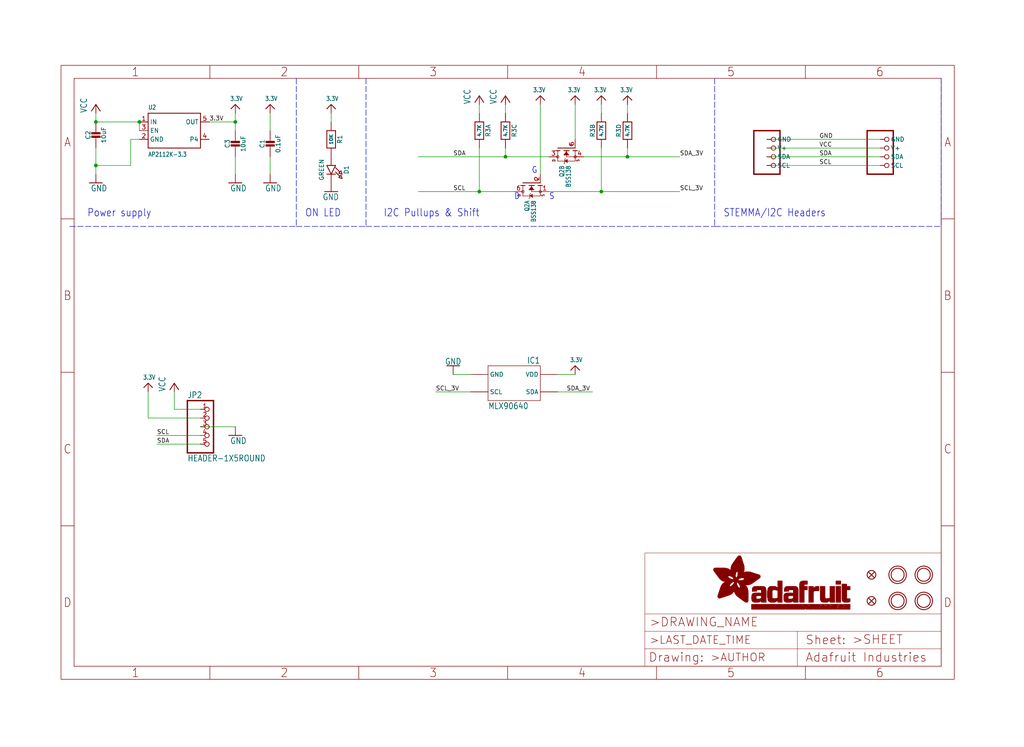
<source format=kicad_sch>
(kicad_sch (version 20211123) (generator eeschema)
  (paper "User" 298.45 217.881)
  (lib_symbols
    (symbol "schematicEagle-eagle-import:3.3V" (power)
      (property "Value" "3.3V" (at -1.524 1.016 0))
      (symbol "3.3V_1_0"
        (pin power_in line (at 0 -2.54 90) (length 2.54) (name "3.3V") (number "1"))
      )
    )
    (symbol "schematicEagle-eagle-import:CAP_CERAMIC0603_NO"
      (property "Reference" "C" (at -2.29 1.25 90))
      (property "Value" "CAP_CERAMIC0603_NO" (at 2.3 1.25 90))
      (symbol "CAP_CERAMIC0603_NO_1_0"
        (pin passive line (at 0 5.08 270) (length 2.54) (name "1") (number "1"))
        (pin passive line (at 0 -2.54 90) (length 2.54) (name "2") (number "2"))
      )
    )
    (symbol "schematicEagle-eagle-import:CAP_CERAMIC0805-NOOUTLINE"
      (property "Reference" "C" (at -2.29 1.25 90))
      (property "Value" "CAP_CERAMIC0805-NOOUTLINE" (at 2.3 1.25 90))
      (symbol "CAP_CERAMIC0805-NOOUTLINE_1_0"
        (pin passive line (at 0 5.08 270) (length 2.54) (name "1") (number "1"))
        (pin passive line (at 0 -2.54 90) (length 2.54) (name "2") (number "2"))
      )
    )
    (symbol "schematicEagle-eagle-import:FIDUCIAL_1MM")
    (symbol "schematicEagle-eagle-import:FRAME_A4_ADAFRUIT"
      (symbol "FRAME_A4_ADAFRUIT_0_0"
        (text "1" (at 21.6958 1.905 0) (effects (font (size 2.54 2.286))))
        (text "1" (at 21.6958 177.165 0) (effects (font (size 2.54 2.286))))
        (text "2" (at 65.0875 1.905 0) (effects (font (size 2.54 2.286))))
        (text "2" (at 65.0875 177.165 0) (effects (font (size 2.54 2.286))))
        (text "3" (at 108.4792 1.905 0) (effects (font (size 2.54 2.286))))
        (text "3" (at 108.4792 177.165 0) (effects (font (size 2.54 2.286))))
        (text "4" (at 151.8708 1.905 0) (effects (font (size 2.54 2.286))))
        (text "4" (at 151.8708 177.165 0) (effects (font (size 2.54 2.286))))
        (text "5" (at 195.2625 1.905 0) (effects (font (size 2.54 2.286))))
        (text "5" (at 195.2625 177.165 0) (effects (font (size 2.54 2.286))))
        (text "6" (at 238.6542 1.905 0) (effects (font (size 2.54 2.286))))
        (text "6" (at 238.6542 177.165 0) (effects (font (size 2.54 2.286))))
        (text "A" (at 1.905 156.6863 0) (effects (font (size 2.54 2.286))))
        (text "A" (at 258.445 156.6863 0) (effects (font (size 2.54 2.286))))
        (text "B" (at 1.905 111.9188 0) (effects (font (size 2.54 2.286))))
        (text "B" (at 258.445 111.9188 0) (effects (font (size 2.54 2.286))))
        (text "C" (at 1.905 67.1513 0) (effects (font (size 2.54 2.286))))
        (text "C" (at 258.445 67.1513 0) (effects (font (size 2.54 2.286))))
        (text "D" (at 1.905 22.3838 0) (effects (font (size 2.54 2.286))))
        (text "D" (at 258.445 22.3838 0) (effects (font (size 2.54 2.286))))
      )
      (symbol "FRAME_A4_ADAFRUIT_1_0"
        (text ">AUTHOR" (at 189.23 5.08 0) (effects (font (size 2.286 2.286)) (justify left bottom)))
        (text ">DRAWING_NAME" (at 171.45 15.24 0) (effects (font (size 2.54 2.54)) (justify left bottom)))
        (text ">LAST_DATE_TIME" (at 171.45 10.16 0) (effects (font (size 2.286 2.286)) (justify left bottom)))
        (text ">SHEET" (at 230.505 10.16 0) (effects (font (size 2.54 2.54)) (justify left bottom)))
        (text "Adafruit Industries" (at 216.916 4.953 0) (effects (font (size 2.54 2.54)) (justify left bottom)))
        (text "Drawing:" (at 171.196 4.953 0) (effects (font (size 2.54 2.54)) (justify left bottom)))
        (text "Sheet:" (at 216.916 10.033 0) (effects (font (size 2.54 2.54)) (justify left bottom)))
      )
    )
    (symbol "schematicEagle-eagle-import:GND" (power)
      (property "Value" "GND" (at 0 -0.254 0))
      (symbol "GND_1_0"
        (pin power_in line (at 0 2.54 270) (length 2.54) (name "GND") (number "1"))
      )
    )
    (symbol "schematicEagle-eagle-import:HEADER-1X5ROUND"
      (property "Reference" "JP" (at -6.35 8.255 0))
      (property "Value" "HEADER-1X5ROUND" (at -6.35 -10.16 0))
      (symbol "HEADER-1X5ROUND_1_0"
        (pin passive inverted (at -2.54 5.08 0) (length 2.54) (name "1") (number "1"))
        (pin passive inverted (at -2.54 2.54 0) (length 2.54) (name "2") (number "2"))
        (pin passive inverted (at -2.54 0 0) (length 2.54) (name "3") (number "3"))
        (pin passive inverted (at -2.54 -2.54 0) (length 2.54) (name "4") (number "4"))
        (pin passive inverted (at -2.54 -5.08 0) (length 2.54) (name "5") (number "5"))
      )
    )
    (symbol "schematicEagle-eagle-import:LED0603_NOOUTLINE"
      (property "Reference" "D" (at -1.27 4.445 0))
      (property "Value" "LED0603_NOOUTLINE" (at -1.27 -2.794 0))
      (symbol "LED0603_NOOUTLINE_1_0"
        (pin passive line (at -5.08 0 0) (length 2.54) (name "A") (number "A"))
        (pin passive line (at 2.54 0 180) (length 2.54) (name "C") (number "C"))
      )
    )
    (symbol "schematicEagle-eagle-import:MLX90640"
      (property "Reference" "IC" (at 7.62 7.62 0))
      (property "Value" "MLX90640" (at -7.62 -7.62 0))
      (symbol "MLX90640_1_0"
        (pin power_in line (at -12.7 2.54 0) (length 5.08) (name "GND") (number "GND"))
        (pin bidirectional line (at -12.7 -2.54 0) (length 5.08) (name "SCL") (number "SCL"))
        (pin bidirectional line (at 12.7 -2.54 180) (length 5.08) (name "SDA") (number "SDA"))
        (pin power_in line (at 12.7 2.54 180) (length 5.08) (name "VDD") (number "VDD"))
      )
    )
    (symbol "schematicEagle-eagle-import:MOSFET-N_DUAL"
      (property "Reference" "Q" (at 5.08 0.635 0))
      (property "Value" "MOSFET-N_DUAL" (at 5.08 -1.27 0))
      (symbol "MOSFET-N_DUAL_1_0"
        (text "D" (at 3.175 3.175 0) (effects (font (size 0.8128 0.6908)) (justify left bottom)))
        (text "G" (at -1.27 -1.905 0) (effects (font (size 0.8128 0.6908)) (justify left bottom)))
        (text "S" (at 3.175 -3.81 0) (effects (font (size 0.8128 0.6908)) (justify left bottom)))
        (pin bidirectional line (at 2.54 -5.08 90) (length 2.54) (name "S") (number "1"))
        (pin bidirectional line (at -2.54 -2.54 0) (length 2.54) (name "G") (number "2"))
        (pin bidirectional line (at 2.54 5.08 270) (length 2.54) (name "D") (number "6"))
      )
      (symbol "MOSFET-N_DUAL_2_0"
        (text "D" (at 3.175 3.175 0) (effects (font (size 0.8128 0.6908)) (justify left bottom)))
        (text "G" (at -1.27 -1.905 0) (effects (font (size 0.8128 0.6908)) (justify left bottom)))
        (text "S" (at 3.175 -3.81 0) (effects (font (size 0.8128 0.6908)) (justify left bottom)))
        (pin bidirectional line (at 2.54 5.08 270) (length 2.54) (name "D") (number "3"))
        (pin bidirectional line (at 2.54 -5.08 90) (length 2.54) (name "S") (number "4"))
        (pin bidirectional line (at -2.54 -2.54 0) (length 2.54) (name "G") (number "5"))
      )
    )
    (symbol "schematicEagle-eagle-import:MOUNTINGHOLE2.5")
    (symbol "schematicEagle-eagle-import:RESISTOR_0603_NOOUT"
      (property "Reference" "R" (at 0 2.54 0))
      (property "Value" "RESISTOR_0603_NOOUT" (at 0 0 0))
      (symbol "RESISTOR_0603_NOOUT_1_0"
        (pin passive line (at -5.08 0 0) (length 2.54) (name "1") (number "1"))
        (pin passive line (at 5.08 0 180) (length 2.54) (name "2") (number "2"))
      )
    )
    (symbol "schematicEagle-eagle-import:RESISTOR_4PACK"
      (property "Reference" "R" (at 0 2.54 0))
      (property "Value" "RESISTOR_4PACK" (at 0 0 0))
      (symbol "RESISTOR_4PACK_1_0"
        (pin passive line (at -5.08 0 0) (length 2.54) (name "1") (number "1"))
        (pin passive line (at 5.08 0 180) (length 2.54) (name "2") (number "8"))
      )
      (symbol "RESISTOR_4PACK_2_0"
        (pin passive line (at -5.08 0 0) (length 2.54) (name "1") (number "2"))
        (pin passive line (at 5.08 0 180) (length 2.54) (name "2") (number "7"))
      )
      (symbol "RESISTOR_4PACK_3_0"
        (pin passive line (at -5.08 0 0) (length 2.54) (name "1") (number "3"))
        (pin passive line (at 5.08 0 180) (length 2.54) (name "2") (number "6"))
      )
      (symbol "RESISTOR_4PACK_4_0"
        (pin passive line (at -5.08 0 0) (length 2.54) (name "1") (number "4"))
        (pin passive line (at 5.08 0 180) (length 2.54) (name "2") (number "5"))
      )
    )
    (symbol "schematicEagle-eagle-import:STEMMA_I2C_QT"
      (symbol "STEMMA_I2C_QT_1_0"
        (pin passive inverted (at 0 5.08 0) (length 2.54) (name "GND") (number "1"))
        (pin passive inverted (at 0 2.54 0) (length 2.54) (name "V+") (number "2"))
        (pin passive inverted (at 0 0 0) (length 2.54) (name "SDA") (number "3"))
        (pin passive inverted (at 0 -2.54 0) (length 2.54) (name "SCL") (number "4"))
      )
      (symbol "STEMMA_I2C_QT_2_0"
        (pin bidirectional line (at 0 0 0) (length 5.08) (name "MT") (number "MT1"))
      )
      (symbol "STEMMA_I2C_QT_3_0"
        (pin bidirectional line (at 0 0 0) (length 5.08) (name "MT") (number "MT2"))
      )
    )
    (symbol "schematicEagle-eagle-import:VCC" (power)
      (property "Value" "VCC" (at -2.54 -2.54 90))
      (symbol "VCC_1_0"
        (pin power_in line (at 0 -2.54 90) (length 2.54) (name "VCC") (number "1"))
      )
    )
    (symbol "schematicEagle-eagle-import:VREG_SOT23-5"
      (property "Reference" "U" (at -7.62 6.096 0))
      (property "Value" "VREG_SOT23-5" (at -7.62 -7.62 0))
      (symbol "VREG_SOT23-5_1_0"
        (pin power_in line (at -10.16 2.54 0) (length 2.54) (name "IN") (number "1"))
        (pin power_in line (at -10.16 -2.54 0) (length 2.54) (name "GND") (number "2"))
        (pin input line (at -10.16 0 0) (length 2.54) (name "EN") (number "3"))
        (pin bidirectional line (at 10.16 -2.54 180) (length 2.54) (name "P4") (number "4"))
        (pin power_in line (at 10.16 2.54 180) (length 2.54) (name "OUT") (number "5"))
      )
    )
  )
  (junction (at 175.26 55.88))
  (junction (at 139.7 55.88))
  (junction (at 40.64 35.56))
  (junction (at 27.94 35.56))
  (junction (at 27.94 48.26))
  (junction (at 182.88 45.72))
  (junction (at 147.32 45.72))
  (junction (at 68.58 35.56))
  (polyline (pts (xy 106.68 66.04) (xy 208.28 66.04)))
  (wire (pts (xy 68.58 45.72) (xy 68.58 50.8)))
  (wire (pts (xy 157.48 50.8) (xy 157.48 30.48)))
  (wire (pts (xy 147.32 33.02) (xy 147.32 30.48)))
  (wire (pts (xy 139.7 30.48) (xy 139.7 33.02)))
  (polyline (pts (xy 208.28 22.86) (xy 208.28 66.04)))
  (wire (pts (xy 96.52 33.02) (xy 96.52 35.56)))
  (wire (pts (xy 223.52 48.26) (xy 256.54 48.26)))
  (wire (pts (xy 38.1 40.64) (xy 38.1 48.26)))
  (wire (pts (xy 175.26 33.02) (xy 175.26 30.48)))
  (wire (pts (xy 147.32 43.18) (xy 147.32 45.72)))
  (wire (pts (xy 27.94 48.26) (xy 27.94 43.18)))
  (wire (pts (xy 167.64 109.22) (xy 162.56 109.22)))
  (wire (pts (xy 182.88 45.72) (xy 198.12 45.72)))
  (wire (pts (xy 27.94 48.26) (xy 27.94 50.8)))
  (wire (pts (xy 58.42 119.38) (xy 50.8 119.38)))
  (wire (pts (xy 256.54 45.72) (xy 223.52 45.72)))
  (wire (pts (xy 58.42 127) (xy 45.72 127)))
  (wire (pts (xy 170.18 45.72) (xy 182.88 45.72)))
  (wire (pts (xy 139.7 43.18) (xy 139.7 55.88)))
  (wire (pts (xy 160.02 45.72) (xy 147.32 45.72)))
  (polyline (pts (xy 208.28 66.04) (xy 274.32 66.04)))
  (wire (pts (xy 40.64 35.56) (xy 27.94 35.56)))
  (wire (pts (xy 43.18 121.92) (xy 43.18 114.3)))
  (wire (pts (xy 139.7 55.88) (xy 121.92 55.88)))
  (wire (pts (xy 137.16 114.3) (xy 127 114.3)))
  (wire (pts (xy 58.42 121.92) (xy 43.18 121.92)))
  (wire (pts (xy 256.54 40.64) (xy 223.52 40.64)))
  (wire (pts (xy 167.64 40.64) (xy 167.64 30.48)))
  (wire (pts (xy 182.88 33.02) (xy 182.88 30.48)))
  (wire (pts (xy 50.8 119.38) (xy 50.8 114.3)))
  (wire (pts (xy 38.1 48.26) (xy 27.94 48.26)))
  (wire (pts (xy 68.58 35.56) (xy 68.58 38.1)))
  (polyline (pts (xy 106.68 22.86) (xy 106.68 66.04)))
  (wire (pts (xy 149.86 55.88) (xy 139.7 55.88)))
  (wire (pts (xy 40.64 38.1) (xy 40.64 35.56)))
  (wire (pts (xy 78.74 33.02) (xy 78.74 38.1)))
  (wire (pts (xy 40.64 40.64) (xy 38.1 40.64)))
  (polyline (pts (xy 274.32 22.86) (xy 274.32 66.04)))
  (wire (pts (xy 162.56 114.3) (xy 172.72 114.3)))
  (wire (pts (xy 175.26 43.18) (xy 175.26 55.88)))
  (polyline (pts (xy 86.36 22.86) (xy 86.36 66.04)))
  (wire (pts (xy 182.88 43.18) (xy 182.88 45.72)))
  (wire (pts (xy 58.42 129.54) (xy 45.72 129.54)))
  (wire (pts (xy 175.26 55.88) (xy 198.12 55.88)))
  (polyline (pts (xy 20.32 66.04) (xy 86.36 66.04)))
  (wire (pts (xy 132.08 109.22) (xy 137.16 109.22)))
  (wire (pts (xy 68.58 35.56) (xy 68.58 33.02)))
  (wire (pts (xy 160.02 55.88) (xy 175.26 55.88)))
  (polyline (pts (xy 86.36 66.04) (xy 106.68 66.04)))
  (wire (pts (xy 60.96 35.56) (xy 68.58 35.56)))
  (wire (pts (xy 223.52 43.18) (xy 256.54 43.18)))
  (wire (pts (xy 27.94 33.02) (xy 27.94 35.56)))
  (wire (pts (xy 58.42 124.46) (xy 68.58 124.46)))
  (wire (pts (xy 78.74 45.72) (xy 78.74 50.8)))
  (wire (pts (xy 147.32 45.72) (xy 121.92 45.72)))
  (text "STEMMA/I2C Headers" (at 210.82 63.5 180) (effects (font (size 2.1844 1.8567)) (justify left bottom)))
  (text "ON LED" (at 88.9 63.5 180) (effects (font (size 2.1844 1.8567)) (justify left bottom)))
  (text "S" (at 160.02 58.42 180) (effects (font (size 1.778 1.5113)) (justify left bottom)))
  (text "I2C Pullups & Shift" (at 111.76 63.5 180) (effects (font (size 2.1844 1.8567)) (justify left bottom)))
  (text "G" (at 154.94 50.8 180) (effects (font (size 1.778 1.5113)) (justify left bottom)))
  (text "Power supply" (at 25.4 63.5 180) (effects (font (size 2.1844 1.8567)) (justify left bottom)))
  (text "D" (at 149.86 58.42 180) (effects (font (size 1.778 1.5113)) (justify left bottom)))
  (label "SCL_3V" (at 127 114.3 0) (effects (font (size 1.2446 1.2446))))
  (label "SCL" (at 132.08 55.88 0) (effects (font (size 1.2446 1.2446))))
  (label "SCL" (at 45.72 127 0) (effects (font (size 1.2446 1.2446))))
  (label "GND" (at 238.76 40.64 0) (effects (font (size 1.2446 1.2446))))
  (label "SDA" (at 132.08 45.72 0) (effects (font (size 1.2446 1.2446))))
  (label "VCC" (at 238.76 43.18 0) (effects (font (size 1.2446 1.2446))))
  (label "SDA_3V" (at 198.12 45.72 0) (effects (font (size 1.2446 1.2446))))
  (label "SDA" (at 45.72 129.54 0) (effects (font (size 1.2446 1.2446))))
  (label "SDA" (at 238.76 45.72 0) (effects (font (size 1.2446 1.2446))))
  (label "SCL" (at 238.76 48.26 0) (effects (font (size 1.2446 1.2446))))
  (label "3.3V" (at 60.96 35.56 0) (effects (font (size 1.2446 1.2446))))
  (label "SDA_3V" (at 165.1 114.3 0) (effects (font (size 1.2446 1.2446))))
  (label "SCL_3V" (at 198.12 55.88 0) (effects (font (size 1.2446 1.2446))))
  (symbol (lib_id "schematicEagle-eagle-import:RESISTOR_4PACK") (at 139.7 38.1 270) (unit 1)
    (property "Reference" "R3" (at 142.24 38.1 0))
    (property "Value" "4.7K" (at 139.7 38.1 0) (effects (font (size 1.016 1.016) bold)))
    (property "Footprint" "schematicEagle:RESPACK_4X0603" (effects hide))
  )
  (symbol (lib_id "schematicEagle-eagle-import:MOSFET-N_DUAL") (at 154.94 53.34 90) (mirror x) (unit 1)
    (property "Reference" "Q2" (at 154.305 58.42 0) (effects (font (size 1.27 1.0795)) (justify left bottom)))
    (property "Value" "BSS138" (at 156.21 58.42 0) (effects (font (size 1.27 1.0795)) (justify left bottom)))
    (property "Footprint" "schematicEagle:SOT363" (effects hide))
  )
  (symbol (lib_id "schematicEagle-eagle-import:RESISTOR_4PACK") (at 147.32 38.1 270) (unit 3)
    (property "Reference" "R3" (at 149.86 38.1 0))
    (property "Value" "4.7K" (at 147.32 38.1 0) (effects (font (size 1.016 1.016) bold)))
    (property "Footprint" "schematicEagle:RESPACK_4X0603" (effects hide))
  )
  (symbol (lib_id "schematicEagle-eagle-import:GND") (at 96.52 55.88 0) (unit 1)
    (property "Reference" "#GND6" (effects hide))
    (property "Value" "GND" (at 93.98 58.42 0) (effects (font (size 1.778 1.5113)) (justify left bottom)))
    (property "Footprint" "schematicEagle:" (effects hide))
  )
  (symbol (lib_id "schematicEagle-eagle-import:RESISTOR_4PACK") (at 175.26 38.1 90) (mirror x) (unit 2)
    (property "Reference" "R3" (at 172.72 38.1 0))
    (property "Value" "4.7K" (at 175.26 38.1 0) (effects (font (size 1.016 1.016) bold)))
    (property "Footprint" "schematicEagle:RESPACK_4X0603" (effects hide))
  )
  (symbol (lib_id "schematicEagle-eagle-import:GND") (at 68.58 53.34 0) (unit 1)
    (property "Reference" "#U$5" (effects hide))
    (property "Value" "GND" (at 67.056 55.88 0) (effects (font (size 1.778 1.5113)) (justify left bottom)))
    (property "Footprint" "schematicEagle:" (effects hide))
  )
  (symbol (lib_id "schematicEagle-eagle-import:3.3V") (at 43.18 111.76 0) (unit 1)
    (property "Reference" "#U$16" (effects hide))
    (property "Value" "3.3V" (at 41.656 110.744 0) (effects (font (size 1.27 1.0795)) (justify left bottom)))
    (property "Footprint" "schematicEagle:" (effects hide))
  )
  (symbol (lib_id "schematicEagle-eagle-import:GND") (at 27.94 53.34 0) (unit 1)
    (property "Reference" "#U$13" (effects hide))
    (property "Value" "GND" (at 26.416 55.88 0) (effects (font (size 1.778 1.5113)) (justify left bottom)))
    (property "Footprint" "schematicEagle:" (effects hide))
  )
  (symbol (lib_id "schematicEagle-eagle-import:3.3V") (at 68.58 30.48 0) (unit 1)
    (property "Reference" "#U$15" (effects hide))
    (property "Value" "3.3V" (at 67.056 29.464 0) (effects (font (size 1.27 1.0795)) (justify left bottom)))
    (property "Footprint" "schematicEagle:" (effects hide))
  )
  (symbol (lib_id "schematicEagle-eagle-import:RESISTOR_0603_NOOUT") (at 96.52 40.64 270) (unit 1)
    (property "Reference" "R1" (at 99.06 40.64 0))
    (property "Value" "10K" (at 96.52 40.64 0) (effects (font (size 1.016 1.016) bold)))
    (property "Footprint" "schematicEagle:0603-NO" (effects hide))
  )
  (symbol (lib_id "schematicEagle-eagle-import:STEMMA_I2C_QT") (at 223.52 45.72 0) (unit 1)
    (property "Reference" "CONN3" (effects hide))
    (property "Value" "STEMMA_I2C_QT" (effects hide))
    (property "Footprint" "schematicEagle:JST_SH4" (effects hide))
  )
  (symbol (lib_id "schematicEagle-eagle-import:VREG_SOT23-5") (at 50.8 38.1 0) (unit 1)
    (property "Reference" "U2" (at 43.18 32.004 0) (effects (font (size 1.27 1.0795)) (justify left bottom)))
    (property "Value" "AP2112K-3.3" (at 43.18 45.72 0) (effects (font (size 1.27 1.0795)) (justify left bottom)))
    (property "Footprint" "schematicEagle:SOT23-5" (effects hide))
  )
  (symbol (lib_id "schematicEagle-eagle-import:CAP_CERAMIC0603_NO") (at 78.74 43.18 0) (unit 1)
    (property "Reference" "C1" (at 76.45 41.93 90))
    (property "Value" "0.1uF" (at 81.04 41.93 90))
    (property "Footprint" "schematicEagle:0603-NO" (effects hide))
  )
  (symbol (lib_id "schematicEagle-eagle-import:STEMMA_I2C_QT") (at 256.54 45.72 0) (unit 1)
    (property "Reference" "CONN4" (effects hide))
    (property "Value" "STEMMA_I2C_QT" (effects hide))
    (property "Footprint" "schematicEagle:JST_SH4" (effects hide))
  )
  (symbol (lib_id "schematicEagle-eagle-import:VCC") (at 139.7 27.94 0) (unit 1)
    (property "Reference" "#P+1" (effects hide))
    (property "Value" "VCC" (at 137.16 30.48 90) (effects (font (size 1.778 1.5113)) (justify left bottom)))
    (property "Footprint" "schematicEagle:" (effects hide))
  )
  (symbol (lib_id "schematicEagle-eagle-import:MOUNTINGHOLE2.5") (at 269.24 175.26 0) (unit 1)
    (property "Reference" "U$21" (effects hide))
    (property "Value" "MOUNTINGHOLE2.5" (effects hide))
    (property "Footprint" "schematicEagle:MOUNTINGHOLE_2.5_PLATED" (effects hide))
  )
  (symbol (lib_id "schematicEagle-eagle-import:3.3V") (at 182.88 27.94 0) (mirror y) (unit 1)
    (property "Reference" "#U$7" (effects hide))
    (property "Value" "3.3V" (at 184.404 26.924 0) (effects (font (size 1.27 1.0795)) (justify left bottom)))
    (property "Footprint" "schematicEagle:" (effects hide))
  )
  (symbol (lib_id "schematicEagle-eagle-import:FIDUCIAL_1MM") (at 254 167.64 0) (unit 1)
    (property "Reference" "FID4" (effects hide))
    (property "Value" "FIDUCIAL_1MM" (effects hide))
    (property "Footprint" "schematicEagle:FIDUCIAL_1MM" (effects hide))
  )
  (symbol (lib_id "schematicEagle-eagle-import:LED0603_NOOUTLINE") (at 96.52 50.8 270) (unit 1)
    (property "Reference" "D1" (at 100.965 49.53 0))
    (property "Value" "GREEN" (at 93.726 49.53 0))
    (property "Footprint" "schematicEagle:CHIPLED_0603_NOOUTLINE" (effects hide))
  )
  (symbol (lib_id "schematicEagle-eagle-import:MOUNTINGHOLE2.5") (at 269.24 167.64 0) (unit 1)
    (property "Reference" "U$19" (effects hide))
    (property "Value" "MOUNTINGHOLE2.5" (effects hide))
    (property "Footprint" "schematicEagle:MOUNTINGHOLE_2.5_PLATED" (effects hide))
  )
  (symbol (lib_id "schematicEagle-eagle-import:3.3V") (at 175.26 27.94 0) (mirror y) (unit 1)
    (property "Reference" "#U$24" (effects hide))
    (property "Value" "3.3V" (at 176.784 26.924 0) (effects (font (size 1.27 1.0795)) (justify left bottom)))
    (property "Footprint" "schematicEagle:" (effects hide))
  )
  (symbol (lib_id "schematicEagle-eagle-import:CAP_CERAMIC0805-NOOUTLINE") (at 68.58 43.18 0) (unit 1)
    (property "Reference" "C3" (at 66.29 41.93 90))
    (property "Value" "10uF" (at 70.88 41.93 90))
    (property "Footprint" "schematicEagle:0805-NO" (effects hide))
  )
  (symbol (lib_id "schematicEagle-eagle-import:GND") (at 132.08 106.68 180) (unit 1)
    (property "Reference" "#GND1" (effects hide))
    (property "Value" "GND" (at 132.08 106.426 0) (effects (font (size 1.778 1.5113)) (justify top)))
    (property "Footprint" "schematicEagle:" (effects hide))
  )
  (symbol (lib_id "schematicEagle-eagle-import:VCC") (at 27.94 30.48 0) (unit 1)
    (property "Reference" "#P+3" (effects hide))
    (property "Value" "VCC" (at 25.4 33.02 90) (effects (font (size 1.778 1.5113)) (justify left bottom)))
    (property "Footprint" "schematicEagle:" (effects hide))
  )
  (symbol (lib_id "schematicEagle-eagle-import:3.3V") (at 157.48 27.94 0) (mirror y) (unit 1)
    (property "Reference" "#U$26" (effects hide))
    (property "Value" "3.3V" (at 159.004 26.924 0) (effects (font (size 1.27 1.0795)) (justify left bottom)))
    (property "Footprint" "schematicEagle:" (effects hide))
  )
  (symbol (lib_id "schematicEagle-eagle-import:MOUNTINGHOLE2.5") (at 261.62 175.26 0) (unit 1)
    (property "Reference" "U$1" (effects hide))
    (property "Value" "MOUNTINGHOLE2.5" (effects hide))
    (property "Footprint" "schematicEagle:MOUNTINGHOLE_2.5_PLATED" (effects hide))
  )
  (symbol (lib_id "schematicEagle-eagle-import:VCC") (at 147.32 27.94 0) (unit 1)
    (property "Reference" "#P+2" (effects hide))
    (property "Value" "VCC" (at 144.78 30.48 90) (effects (font (size 1.778 1.5113)) (justify left bottom)))
    (property "Footprint" "schematicEagle:" (effects hide))
  )
  (symbol (lib_id "schematicEagle-eagle-import:3.3V") (at 78.74 30.48 0) (unit 1)
    (property "Reference" "#U$14" (effects hide))
    (property "Value" "3.3V" (at 77.216 29.464 0) (effects (font (size 1.27 1.0795)) (justify left bottom)))
    (property "Footprint" "schematicEagle:" (effects hide))
  )
  (symbol (lib_id "schematicEagle-eagle-import:HEADER-1X5ROUND") (at 60.96 124.46 0) (unit 1)
    (property "Reference" "JP2" (at 54.61 116.205 0) (effects (font (size 1.778 1.5113)) (justify left bottom)))
    (property "Value" "HEADER-1X5ROUND" (at 54.61 134.62 0) (effects (font (size 1.778 1.5113)) (justify left bottom)))
    (property "Footprint" "schematicEagle:1X05_ROUND" (effects hide))
  )
  (symbol (lib_id "schematicEagle-eagle-import:VCC") (at 50.8 111.76 0) (unit 1)
    (property "Reference" "#P+4" (effects hide))
    (property "Value" "VCC" (at 48.26 114.3 90) (effects (font (size 1.778 1.5113)) (justify left bottom)))
    (property "Footprint" "schematicEagle:" (effects hide))
  )
  (symbol (lib_id "schematicEagle-eagle-import:MLX90640") (at 149.86 111.76 0) (unit 1)
    (property "Reference" "IC1" (at 157.48 104.14 0) (effects (font (size 1.778 1.5113)) (justify right top)))
    (property "Value" "MLX90640" (at 142.24 119.38 0) (effects (font (size 1.778 1.5113)) (justify left bottom)))
    (property "Footprint" "schematicEagle:MLX90640" (effects hide))
  )
  (symbol (lib_id "schematicEagle-eagle-import:GND") (at 78.74 53.34 0) (unit 1)
    (property "Reference" "#U$6" (effects hide))
    (property "Value" "GND" (at 77.216 55.88 0) (effects (font (size 1.778 1.5113)) (justify left bottom)))
    (property "Footprint" "schematicEagle:" (effects hide))
  )
  (symbol (lib_id "schematicEagle-eagle-import:FIDUCIAL_1MM") (at 254 175.26 0) (unit 1)
    (property "Reference" "FID3" (effects hide))
    (property "Value" "FIDUCIAL_1MM" (effects hide))
    (property "Footprint" "schematicEagle:FIDUCIAL_1MM" (effects hide))
  )
  (symbol (lib_id "schematicEagle-eagle-import:MOSFET-N_DUAL") (at 165.1 43.18 90) (mirror x) (unit 2)
    (property "Reference" "Q2" (at 164.465 48.26 0) (effects (font (size 1.27 1.0795)) (justify left bottom)))
    (property "Value" "BSS138" (at 166.37 48.26 0) (effects (font (size 1.27 1.0795)) (justify left bottom)))
    (property "Footprint" "schematicEagle:SOT363" (effects hide))
  )
  (symbol (lib_id "schematicEagle-eagle-import:FRAME_A4_ADAFRUIT") (at 17.78 198.12 0) (unit 1)
    (property "Reference" "#U$18" (effects hide))
    (property "Value" "FRAME_A4_ADAFRUIT" (effects hide))
    (property "Footprint" "schematicEagle:" (effects hide))
  )
  (symbol (lib_id "schematicEagle-eagle-import:CAP_CERAMIC0805-NOOUTLINE") (at 27.94 40.64 0) (unit 1)
    (property "Reference" "C2" (at 25.65 39.39 90))
    (property "Value" "10uF" (at 30.24 39.39 90))
    (property "Footprint" "schematicEagle:0805-NO" (effects hide))
  )
  (symbol (lib_id "schematicEagle-eagle-import:GND") (at 68.58 127 0) (unit 1)
    (property "Reference" "#U$10" (effects hide))
    (property "Value" "GND" (at 67.056 129.54 0) (effects (font (size 1.778 1.5113)) (justify left bottom)))
    (property "Footprint" "schematicEagle:" (effects hide))
  )
  (symbol (lib_id "schematicEagle-eagle-import:RESISTOR_4PACK") (at 182.88 38.1 90) (mirror x) (unit 4)
    (property "Reference" "R3" (at 180.34 38.1 0))
    (property "Value" "4.7K" (at 182.88 38.1 0) (effects (font (size 1.016 1.016) bold)))
    (property "Footprint" "schematicEagle:RESPACK_4X0603" (effects hide))
  )
  (symbol (lib_id "schematicEagle-eagle-import:3.3V") (at 96.52 30.48 0) (unit 1)
    (property "Reference" "#U$3" (effects hide))
    (property "Value" "3.3V" (at 94.996 29.464 0) (effects (font (size 1.27 1.0795)) (justify left bottom)))
    (property "Footprint" "schematicEagle:" (effects hide))
  )
  (symbol (lib_id "schematicEagle-eagle-import:3.3V") (at 167.64 106.68 0) (unit 1)
    (property "Reference" "#U$2" (effects hide))
    (property "Value" "3.3V" (at 166.116 105.664 0) (effects (font (size 1.27 1.0795)) (justify left bottom)))
    (property "Footprint" "schematicEagle:" (effects hide))
  )
  (symbol (lib_id "schematicEagle-eagle-import:MOUNTINGHOLE2.5") (at 261.62 167.64 0) (unit 1)
    (property "Reference" "U$17" (effects hide))
    (property "Value" "MOUNTINGHOLE2.5" (effects hide))
    (property "Footprint" "schematicEagle:MOUNTINGHOLE_2.5_PLATED" (effects hide))
  )
  (symbol (lib_id "schematicEagle-eagle-import:3.3V") (at 167.64 27.94 0) (mirror y) (unit 1)
    (property "Reference" "#U$23" (effects hide))
    (property "Value" "3.3V" (at 169.164 26.924 0) (effects (font (size 1.27 1.0795)) (justify left bottom)))
    (property "Footprint" "schematicEagle:" (effects hide))
  )
)
</source>
